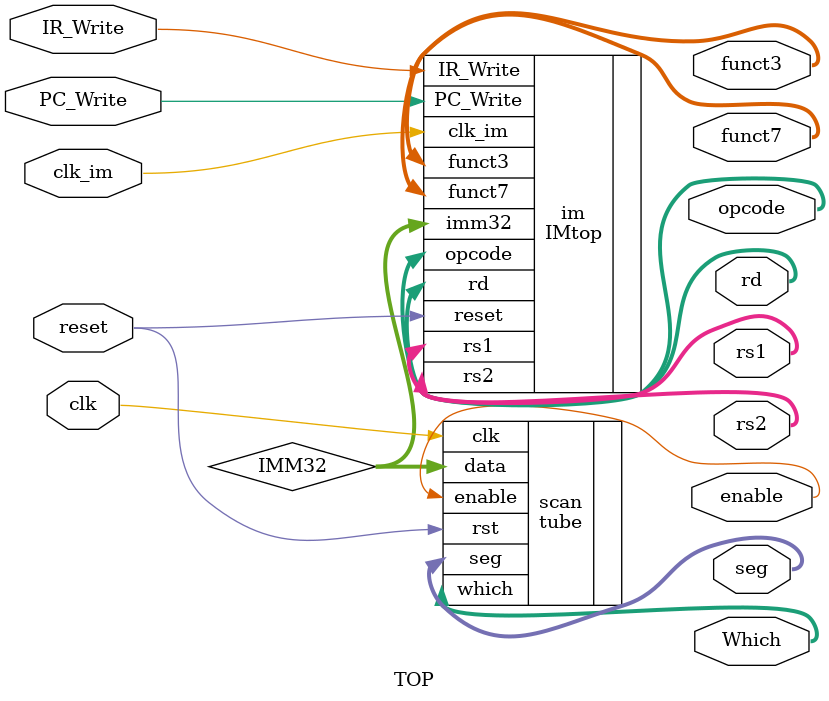
<source format=v>
`timescale 1ns / 1ps


module TOP(
    input IR_Write,PC_Write,reset,clk_im,clk,
    output [4:0] rs1,rs2,rd,
    output [6:0] opcode,funct7,
    output [2:0] funct3,
    output[2:0] Which,
    output[7:0] seg,
    output enable
    );
    wire [31:0] IMM32;
IMtop im(.IR_Write(IR_Write),.PC_Write(PC_Write),.reset(reset),.clk_im(clk_im),.rs1(rs1),
         .rs2(rs2),.rd(rd),.opcode(opcode),.funct7(funct7),.funct3(funct3),.imm32(IMM32));
tube scan(.clk(clk),.rst(reset),.data(IMM32),.enable(enable),.which(Which),.seg(seg));  
endmodule

</source>
